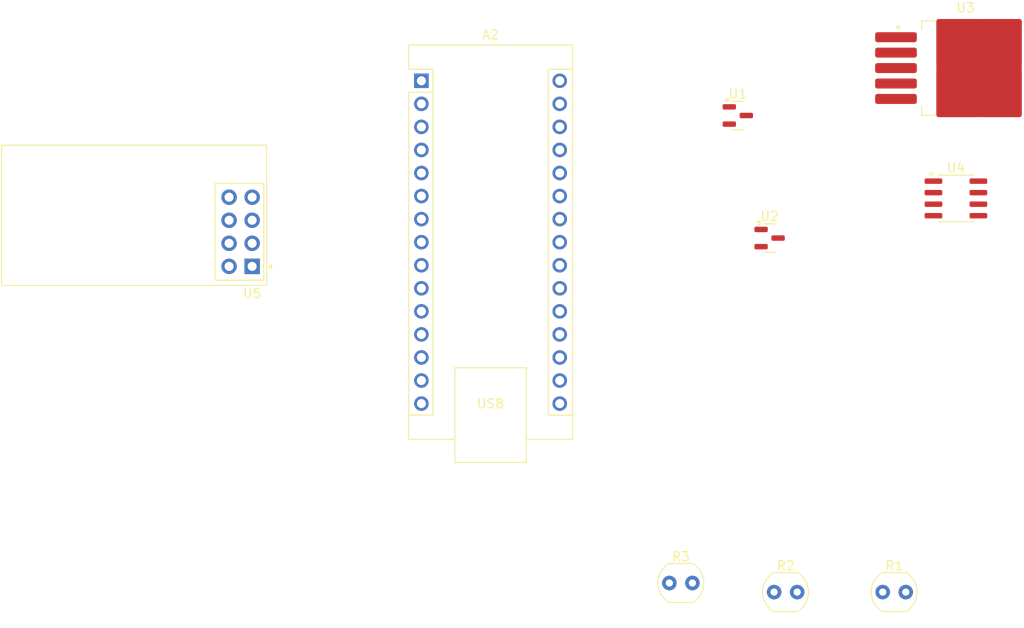
<source format=kicad_pcb>
(kicad_pcb (version 20240108) (generator "pcbnew") (generator_version "8.0")
  (layers (0 "F.Cu" signal) (31 "B.Cu" signal) (34 "B.Paste" user) (35 "F.Paste" user) (36 "B.SilkS" user "B.Silkscreen") (37 "F.SilkS" user "F.Silkscreen") (38 "B.Mask" user) (39 "F.Mask" user) (44 "Edge.Cuts" user))
  (net 0 "")
  (net 6 "Net-(A2-D9)")
  (net 7 "Net-(A2-D10)")
  (net 9 "Net-(U5-GND)")
  (net 13 "Net-(A2-+5V)")
  (net 18 "Net-(A2-D11)")
  (net 19 "Net-(A2-D12)")
  (net 27 "Net-(A2-D13)")
  (net 50 "Net-(U4-IP+-Pad1)")
  (net 51 "Net-(U4-IP--Pad3)")
  (footprint "OptoDevice:R_LDR_4.9x4.2mm_P2.54mm_Vertical" (layer "F.Cu") (at 164.46 134)
    (property "Reference" "R3" (at 1.27 -2.9 0) (layer "F.SilkS"))
    (property "Value" "R")
    (fp_line (start -0.05 -2.15) (end 2.6 -2.15) (stroke (width 0.12)) (layer "F.SilkS"))
    (fp_line (start -0.05 2.15) (end 2.6 2.15) (stroke (width 0.12)) (layer "F.SilkS"))
    (fp_arc (start -0.05 2.15) (mid -1.262424 0.01494) (end -0.075476 -2.134388) (stroke (width 0.12)) (layer "F.SilkS"))
    (fp_arc (start 2.6 -2.15) (mid 3.788646 -0.016616) (end 2.628027 2.132145) (stroke (width 0.12)) (layer "F.SilkS"))
    (pad "1" thru_hole circle (at 0 0) (size 1.6 1.6) (drill 0.8) (layers "*.Cu" "*.Mask"))
    (pad "2" thru_hole circle (at 2.54 0) (size 1.6 1.6) (drill 0.8) (layers "*.Cu" "*.Mask"))
  )
  (footprint "Package_TO_SOT_SMD:TO-263-5_TabPin3" (layer "F.Cu") (at 197.075 77.275)
    (property "Reference" "U3" (at 0 -6.65 0) (layer "F.SilkS"))
    (property "Value" "LM2596S-12")
    (fp_line (start -4.825 -5.2) (end -4.825 -4.25) (stroke (width 0.12)) (layer "F.SilkS"))
    (fp_line (start -4.825 5.2) (end -4.825 4.25) (stroke (width 0.12)) (layer "F.SilkS"))
    (fp_line (start -3.325 -5.2) (end -4.825 -5.2) (stroke (width 0.12)) (layer "F.SilkS"))
    (fp_line (start -3.325 5.2) (end -4.825 5.2) (stroke (width 0.12)) (layer "F.SilkS"))
    (fp_poly (pts (xy -7.3875 -4.25) (xy -7.6275 -4.58) (xy -7.1475 -4.58) (xy -7.3875 -4.25)) (stroke (width 0.12)) (fill solid) (layer "F.SilkS"))
    (pad "1" smd roundrect (at -7.65 -3.4) (size 4.6 1.1) (layers "F.Cu" "F.Paste" "F.Mask") (roundrect_rratio 0.227273))
    (pad "2" smd roundrect (at -7.65 -1.7) (size 4.6 1.1) (layers "F.Cu" "F.Paste" "F.Mask") (roundrect_rratio 0.227273))
    (pad "3" smd roundrect (at -7.65 0) (size 4.6 1.1) (layers "F.Cu" "F.Paste" "F.Mask") (roundrect_rratio 0.227273))
    (pad "3" smd roundrect (at -0.925 -2.775) (size 4.55 5.25) (layers "F.Cu" "F.Paste") (roundrect_rratio 0.054945))
    (pad "3" smd roundrect (at -0.925 2.775) (size 4.55 5.25) (layers "F.Cu" "F.Paste") (roundrect_rratio 0.054945))
    (pad "3" smd roundrect (at 1.5 0) (size 9.4 10.8) (layers "F.Cu" "F.Mask") (roundrect_rratio 0.026596))
    (pad "3" smd roundrect (at 3.925 -2.775) (size 4.55 5.25) (layers "F.Cu" "F.Paste") (roundrect_rratio 0.054945))
    (pad "3" smd roundrect (at 3.925 2.775) (size 4.55 5.25) (layers "F.Cu" "F.Paste") (roundrect_rratio 0.054945))
    (pad "4" smd roundrect (at -7.65 1.7) (size 4.6 1.1) (layers "F.Cu" "F.Paste" "F.Mask") (roundrect_rratio 0.227273))
    (pad "5" smd roundrect (at -7.65 3.4) (size 4.6 1.1) (layers "F.Cu" "F.Paste" "F.Mask") (roundrect_rratio 0.227273))
  )
  (footprint "Package_TO_SOT_SMD:SOT-23" (layer "F.Cu") (at 175.5 96)
    (property "Reference" "U2" (at 0 -2.4 0) (layer "F.SilkS"))
    (property "Value" "MCP9808_MSOP")
    (fp_line (start 0 -1.56) (end -0.65 -1.56) (stroke (width 0.12)) (layer "F.SilkS"))
    (fp_line (start 0 -1.56) (end 0.65 -1.56) (stroke (width 0.12)) (layer "F.SilkS"))
    (fp_line (start 0 1.56) (end -0.65 1.56) (stroke (width 0.12)) (layer "F.SilkS"))
    (fp_line (start 0 1.56) (end 0.65 1.56) (stroke (width 0.12)) (layer "F.SilkS"))
    (fp_poly (pts (xy -1.1625 -1.51) (xy -1.4025 -1.84) (xy -0.9225 -1.84) (xy -1.1625 -1.51)) (stroke (width 0.12)) (fill solid) (layer "F.SilkS"))
    (pad "1" smd roundrect (at -0.9375 -0.95) (size 1.475 0.6) (layers "F.Cu" "F.Paste" "F.Mask"))
    (pad "2" smd roundrect (at -0.9375 0.95) (size 1.475 0.6) (layers "F.Cu" "F.Paste" "F.Mask"))
    (pad "3" smd roundrect (at 0.9375 0) (size 1.475 0.6) (layers "F.Cu" "F.Paste" "F.Mask"))
  )
  (footprint "Package_TO_SOT_SMD:SOT-23" (layer "F.Cu") (at 172 82.5)
    (property "Reference" "U1" (at 0 -2.4 0) (layer "F.SilkS"))
    (property "Value" "MCP9808_MSOP")
    (fp_line (start 0 -1.56) (end -0.65 -1.56) (stroke (width 0.12)) (layer "F.SilkS"))
    (fp_line (start 0 -1.56) (end 0.65 -1.56) (stroke (width 0.12)) (layer "F.SilkS"))
    (fp_line (start 0 1.56) (end -0.65 1.56) (stroke (width 0.12)) (layer "F.SilkS"))
    (fp_line (start 0 1.56) (end 0.65 1.56) (stroke (width 0.12)) (layer "F.SilkS"))
    (fp_poly (pts (xy -1.1625 -1.51) (xy -1.4025 -1.84) (xy -0.9225 -1.84) (xy -1.1625 -1.51)) (stroke (width 0.12)) (fill solid) (layer "F.SilkS"))
    (pad "1" smd roundrect (at -0.9375 -0.95) (size 1.475 0.6) (layers "F.Cu" "F.Paste" "F.Mask"))
    (pad "2" smd roundrect (at -0.9375 0.95) (size 1.475 0.6) (layers "F.Cu" "F.Paste" "F.Mask"))
    (pad "3" smd roundrect (at 0.9375 0) (size 1.475 0.6) (layers "F.Cu" "F.Paste" "F.Mask"))
  )
  (footprint "Module:Arduino_Nano" (layer "F.Cu") (at 137.145 78.675)
    (property "Reference" "A2" (at 7.62 -5.08 0) (layer "F.SilkS"))
    (property "Value" "Arduino_Nano_v3.x")
    (fp_line (start -1.4 -3.94) (end -1.4 -1.27) (stroke (width 0.12)) (layer "F.SilkS"))
    (fp_line (start -1.4 1.27) (end -1.4 39.5) (stroke (width 0.12)) (layer "F.SilkS"))
    (fp_line (start -1.4 39.5) (end 3.68 39.5) (stroke (width 0.12)) (layer "F.SilkS"))
    (fp_line (start 1.27 -1.27) (end -1.4 -1.27) (stroke (width 0.12)) (layer "F.SilkS"))
    (fp_line (start 1.27 1.27) (end -1.4 1.27) (stroke (width 0.12)) (layer "F.SilkS"))
    (fp_line (start 1.27 1.27) (end 1.27 -1.27) (stroke (width 0.12)) (layer "F.SilkS"))
    (fp_line (start 1.27 1.27) (end 1.27 36.83) (stroke (width 0.12)) (layer "F.SilkS"))
    (fp_line (start 1.27 36.83) (end -1.4 36.83) (stroke (width 0.12)) (layer "F.SilkS"))
    (fp_line (start 3.68 31.62) (end 11.56 31.62) (stroke (width 0.12)) (layer "F.SilkS"))
    (fp_line (start 3.68 42.04) (end 3.68 31.62) (stroke (width 0.12)) (layer "F.SilkS"))
    (fp_line (start 11.56 31.62) (end 11.56 42.04) (stroke (width 0.12)) (layer "F.SilkS"))
    (fp_line (start 11.56 42.04) (end 3.68 42.04) (stroke (width 0.12)) (layer "F.SilkS"))
    (fp_line (start 13.97 -1.27) (end 13.97 36.83) (stroke (width 0.12)) (layer "F.SilkS"))
    (fp_line (start 13.97 -1.27) (end 16.64 -1.27) (stroke (width 0.12)) (layer "F.SilkS"))
    (fp_line (start 13.97 36.83) (end 16.64 36.83) (stroke (width 0.12)) (layer "F.SilkS"))
    (fp_line (start 16.64 -3.94) (end -1.4 -3.94) (stroke (width 0.12)) (layer "F.SilkS"))
    (fp_line (start 16.64 39.5) (end 11.56 39.5) (stroke (width 0.12)) (layer "F.SilkS"))
    (fp_line (start 16.64 39.5) (end 16.64 -3.94) (stroke (width 0.12)) (layer "F.SilkS"))
    (fp_text user "USB" (at 7.62 35.56 0) (layer "F.SilkS"))
    (pad "1" thru_hole rect (at 0 0) (size 1.6 1.6) (drill 1) (layers "*.Cu" "*.Mask"))
    (pad "2" thru_hole oval (at 0 2.54) (size 1.6 1.6) (drill 1) (layers "*.Cu" "*.Mask"))
    (pad "3" thru_hole oval (at 0 5.08) (size 1.6 1.6) (drill 1) (layers "*.Cu" "*.Mask"))
    (pad "4" thru_hole oval (at 0 7.62) (size 1.6 1.6) (drill 1) (layers "*.Cu" "*.Mask"))
    (pad "5" thru_hole oval (at 0 10.16) (size 1.6 1.6) (drill 1) (layers "*.Cu" "*.Mask"))
    (pad "6" thru_hole oval (at 0 12.7) (size 1.6 1.6) (drill 1) (layers "*.Cu" "*.Mask"))
    (pad "7" thru_hole oval (at 0 15.24) (size 1.6 1.6) (drill 1) (layers "*.Cu" "*.Mask"))
    (pad "8" thru_hole oval (at 0 17.78) (size 1.6 1.6) (drill 1) (layers "*.Cu" "*.Mask"))
    (pad "9" thru_hole oval (at 0 20.32) (size 1.6 1.6) (drill 1) (layers "*.Cu" "*.Mask"))
    (pad "10" thru_hole oval (at 0 22.86) (size 1.6 1.6) (drill 1) (layers "*.Cu" "*.Mask"))
    (pad "11" thru_hole oval (at 0 25.4) (size 1.6 1.6) (drill 1) (layers "*.Cu" "*.Mask"))
    (pad "12" thru_hole oval (at 0 27.94) (size 1.6 1.6) (drill 1) (layers "*.Cu" "*.Mask") (net 6 "Net-(A2-D9)"))
    (pad "13" thru_hole oval (at 0 30.48) (size 1.6 1.6) (drill 1) (layers "*.Cu" "*.Mask") (net 7 "Net-(A2-D10)"))
    (pad "14" thru_hole oval (at 0 33.02) (size 1.6 1.6) (drill 1) (layers "*.Cu" "*.Mask") (net 18 "Net-(A2-D11)"))
    (pad "15" thru_hole oval (at 0 35.56) (size 1.6 1.6) (drill 1) (layers "*.Cu" "*.Mask") (net 19 "Net-(A2-D12)"))
    (pad "16" thru_hole oval (at 15.24 35.56) (size 1.6 1.6) (drill 1) (layers "*.Cu" "*.Mask") (net 27 "Net-(A2-D13)"))
    (pad "17" thru_hole oval (at 15.24 33.02) (size 1.6 1.6) (drill 1) (layers "*.Cu" "*.Mask"))
    (pad "18" thru_hole oval (at 15.24 30.48) (size 1.6 1.6) (drill 1) (layers "*.Cu" "*.Mask"))
    (pad "19" thru_hole oval (at 15.24 27.94) (size 1.6 1.6) (drill 1) (layers "*.Cu" "*.Mask"))
    (pad "20" thru_hole oval (at 15.24 25.4) (size 1.6 1.6) (drill 1) (layers "*.Cu" "*.Mask"))
    (pad "21" thru_hole oval (at 15.24 22.86) (size 1.6 1.6) (drill 1) (layers "*.Cu" "*.Mask"))
    (pad "22" thru_hole oval (at 15.24 20.32) (size 1.6 1.6) (drill 1) (layers "*.Cu" "*.Mask"))
    (pad "23" thru_hole oval (at 15.24 17.78) (size 1.6 1.6) (drill 1) (layers "*.Cu" "*.Mask"))
    (pad "24" thru_hole oval (at 15.24 15.24) (size 1.6 1.6) (drill 1) (layers "*.Cu" "*.Mask"))
    (pad "25" thru_hole oval (at 15.24 12.7) (size 1.6 1.6) (drill 1) (layers "*.Cu" "*.Mask"))
    (pad "26" thru_hole oval (at 15.24 10.16) (size 1.6 1.6) (drill 1) (layers "*.Cu" "*.Mask"))
    (pad "27" thru_hole oval (at 15.24 7.62) (size 1.6 1.6) (drill 1) (layers "*.Cu" "*.Mask") (net 13 "Net-(A2-+5V)"))
    (pad "28" thru_hole oval (at 15.24 5.08) (size 1.6 1.6) (drill 1) (layers "*.Cu" "*.Mask"))
    (pad "29" thru_hole oval (at 15.24 2.54) (size 1.6 1.6) (drill 1) (layers "*.Cu" "*.Mask") (net 9 "Net-(U5-GND)"))
    (pad "30" thru_hole oval (at 15.24 0) (size 1.6 1.6) (drill 1) (layers "*.Cu" "*.Mask"))
  )
  (footprint "Package_SO:SOIC-8_3.9x4.9mm_P1.27mm" (layer "F.Cu") (at 196.025 91.635)
    (property "Reference" "U4" (at 0 -3.4 0) (layer "F.SilkS"))
    (property "Value" "ACS712xLCTR-30A")
    (fp_line (start 0 -2.56) (end -1.95 -2.56) (stroke (width 0.12)) (layer "F.SilkS"))
    (fp_line (start 0 -2.56) (end 1.95 -2.56) (stroke (width 0.12)) (layer "F.SilkS"))
    (fp_line (start 0 2.56) (end -1.95 2.56) (stroke (width 0.12)) (layer "F.SilkS"))
    (fp_line (start 0 2.56) (end 1.95 2.56) (stroke (width 0.12)) (layer "F.SilkS"))
    (fp_poly (pts (xy -2.7 -2.465) (xy -2.94 -2.795) (xy -2.46 -2.795) (xy -2.7 -2.465)) (stroke (width 0.12)) (fill solid) (layer "F.SilkS"))
    (pad "1" smd roundrect (at -2.475 -1.905) (size 1.95 0.6) (layers "F.Cu" "F.Paste" "F.Mask") (net 50 "Net-(U4-IP+-Pad1)"))
    (pad "2" smd roundrect (at -2.475 -0.635) (size 1.95 0.6) (layers "F.Cu" "F.Paste" "F.Mask") (net 50 "Net-(U4-IP+-Pad1)"))
    (pad "3" smd roundrect (at -2.475 0.635) (size 1.95 0.6) (layers "F.Cu" "F.Paste" "F.Mask") (net 51 "Net-(U4-IP--Pad3)"))
    (pad "4" smd roundrect (at -2.475 1.905) (size 1.95 0.6) (layers "F.Cu" "F.Paste" "F.Mask") (net 51 "Net-(U4-IP--Pad3)"))
    (pad "5" smd roundrect (at 2.475 1.905) (size 1.95 0.6) (layers "F.Cu" "F.Paste" "F.Mask"))
    (pad "6" smd roundrect (at 2.475 0.635) (size 1.95 0.6) (layers "F.Cu" "F.Paste" "F.Mask"))
    (pad "7" smd roundrect (at 2.475 -0.635) (size 1.95 0.6) (layers "F.Cu" "F.Paste" "F.Mask"))
    (pad "8" smd roundrect (at 2.475 -1.905) (size 1.95 0.6) (layers "F.Cu" "F.Paste" "F.Mask"))
  )
  (footprint "OptoDevice:R_LDR_4.9x4.2mm_P2.54mm_Vertical" (layer "F.Cu") (at 176 135)
    (property "Reference" "R2" (at 1.27 -2.9 0) (layer "F.SilkS"))
    (property "Value" "R")
    (fp_line (start -0.05 -2.15) (end 2.6 -2.15) (stroke (width 0.12)) (layer "F.SilkS"))
    (fp_line (start -0.05 2.15) (end 2.6 2.15) (stroke (width 0.12)) (layer "F.SilkS"))
    (fp_arc (start -0.05 2.15) (mid -1.262424 0.01494) (end -0.075476 -2.134388) (stroke (width 0.12)) (layer "F.SilkS"))
    (fp_arc (start 2.6 -2.15) (mid 3.788646 -0.016616) (end 2.628027 2.132145) (stroke (width 0.12)) (layer "F.SilkS"))
    (pad "1" thru_hole circle (at 0 0) (size 1.6 1.6) (drill 0.8) (layers "*.Cu" "*.Mask"))
    (pad "2" thru_hole circle (at 2.54 0) (size 1.6 1.6) (drill 0.8) (layers "*.Cu" "*.Mask"))
  )
  (footprint "OptoDevice:R_LDR_4.9x4.2mm_P2.54mm_Vertical" (layer "F.Cu") (at 187.96 135)
    (property "Reference" "R1" (at 1.27 -2.9 0) (layer "F.SilkS"))
    (property "Value" "R")
    (fp_line (start -0.05 -2.15) (end 2.6 -2.15) (stroke (width 0.12)) (layer "F.SilkS"))
    (fp_line (start -0.05 2.15) (end 2.6 2.15) (stroke (width 0.12)) (layer "F.SilkS"))
    (fp_arc (start -0.05 2.15) (mid -1.262424 0.01494) (end -0.075476 -2.134388) (stroke (width 0.12)) (layer "F.SilkS"))
    (fp_arc (start 2.6 -2.15) (mid 3.788646 -0.016616) (end 2.628027 2.132145) (stroke (width 0.12)) (layer "F.SilkS"))
    (pad "1" thru_hole circle (at 0 0) (size 1.6 1.6) (drill 0.8) (layers "*.Cu" "*.Mask"))
    (pad "2" thru_hole circle (at 2.54 0) (size 1.6 1.6) (drill 0.8) (layers "*.Cu" "*.Mask"))
  )
  (footprint "RF_Module:nRF24L01_Breakout" (layer "F.Cu") (at 118.5 99.12 180)
    (property "Reference" "U5" (at 0 -3 0) (layer "F.SilkS"))
    (property "Value" "NRF24L01_Breakout")
    (fp_line (start 27.6 13.35) (end -1.6 13.35) (stroke (width 0.12)) (layer "F.SilkS"))
    (fp_line (start 27.6 -2.1) (end 27.6 13.35) (stroke (width 0.12)) (layer "F.SilkS"))
    (fp_line (start 4.064 9.144) (end -1.27 9.144) (stroke (width 0.12)) (layer "F.SilkS"))
    (fp_line (start 4.064 -1.524) (end 4.064 9.144) (stroke (width 0.12)) (layer "F.SilkS"))
    (fp_line (start -1.27 9.144) (end -1.27 9.144) (stroke (width 0.12)) (layer "F.SilkS"))
    (fp_line (start -1.27 9.144) (end -1.27 -1.524) (stroke (width 0.12)) (layer "F.SilkS"))
    (fp_line (start -1.27 -1.524) (end 4.064 -1.524) (stroke (width 0.12)) (layer "F.SilkS"))
    (fp_line (start -1.27 -1.524) (end -1.27 -1.524) (stroke (width 0.12)) (layer "F.SilkS"))
    (fp_line (start -1.6 13.35) (end -1.6 -2.1) (stroke (width 0.12)) (layer "F.SilkS"))
    (fp_line (start -1.6 -2.1) (end 27.6 -2.1) (stroke (width 0.12)) (layer "F.SilkS"))
    (fp_line (start -1.6 -2.1) (end -1.6 -2.1) (stroke (width 0.12)) (layer "F.SilkS"))
    (fp_poly (pts (xy -1.8 0) (xy -2.136 0.24) (xy -2.136 -0.24) (xy -1.8 0)) (stroke (width 0.12)) (fill solid) (layer "F.SilkS"))
    (pad "1" thru_hole rect (at 0 0 180) (size 1.7 1.7) (drill 1) (layers "*.Cu" "*.Mask") (net 9 "Net-(U5-GND)"))
    (pad "2" thru_hole circle (at 2.54 0 180) (size 1.7 1.7) (drill 1) (layers "*.Cu" "*.Mask") (net 13 "Net-(A2-+5V)"))
    (pad "3" thru_hole circle (at 0 2.54 180) (size 1.7 1.7) (drill 1) (layers "*.Cu" "*.Mask") (net 6 "Net-(A2-D9)"))
    (pad "4" thru_hole circle (at 2.54 2.54 180) (size 1.7 1.7) (drill 1) (layers "*.Cu" "*.Mask") (net 7 "Net-(A2-D10)"))
    (pad "5" thru_hole circle (at 0 5.08 180) (size 1.7 1.7) (drill 1) (layers "*.Cu" "*.Mask") (net 27 "Net-(A2-D13)"))
    (pad "6" thru_hole circle (at 2.54 5.08 180) (size 1.7 1.7) (drill 1) (layers "*.Cu" "*.Mask") (net 18 "Net-(A2-D11)"))
    (pad "7" thru_hole circle (at 0 7.62 180) (size 1.7 1.7) (drill 1) (layers "*.Cu" "*.Mask") (net 19 "Net-(A2-D12)"))
    (pad "8" thru_hole circle (at 2.54 7.62 180) (size 1.7 1.7) (drill 1) (layers "*.Cu" "*.Mask"))
  )
)
</source>
